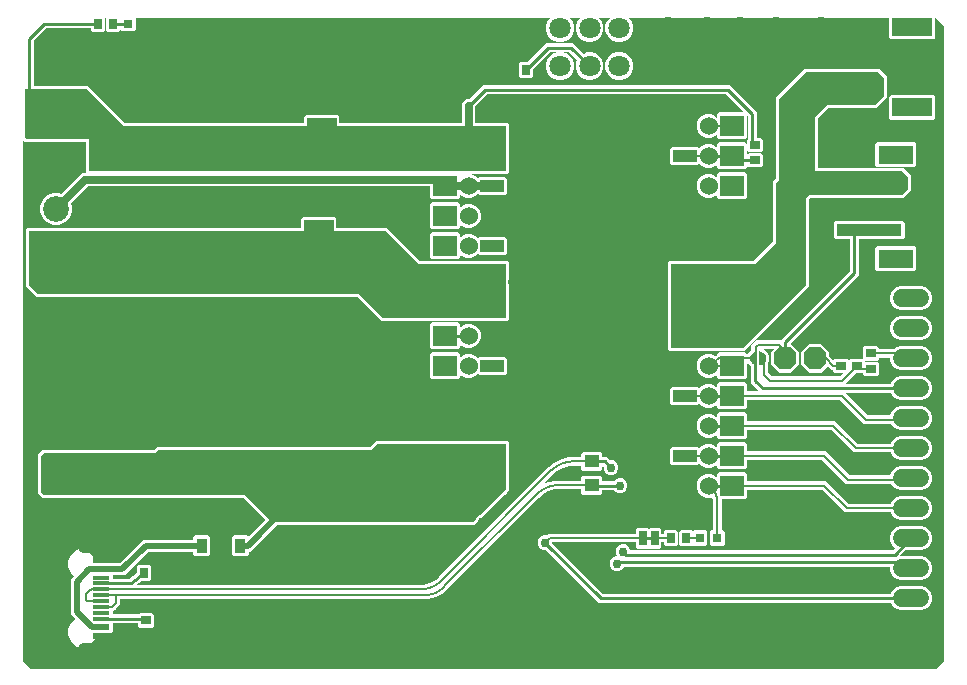
<source format=gbr>
G04 EAGLE Gerber RS-274X export*
G75*
%MOMM*%
%FSLAX34Y34*%
%LPD*%
%INTop Copper*%
%IPPOS*%
%AMOC8*
5,1,8,0,0,1.08239X$1,22.5*%
G01*
%ADD10C,2.184400*%
%ADD11R,2.500000X4.000000*%
%ADD12R,1.000000X1.100000*%
%ADD13R,1.400000X2.200000*%
%ADD14P,2.089446X8X22.500000*%
%ADD15P,2.089446X8X202.500000*%
%ADD16C,1.800000*%
%ADD17R,0.700000X0.850000*%
%ADD18R,0.635000X1.270000*%
%ADD19C,0.254000*%
%ADD20R,0.800000X0.800000*%
%ADD21C,1.524000*%
%ADD22R,2.000000X1.800000*%
%ADD23R,2.000000X1.000000*%
%ADD24C,1.524000*%
%ADD25R,2.330000X1.370000*%
%ADD26R,1.300000X1.100000*%
%ADD27R,1.100000X1.000000*%
%ADD28R,0.850000X0.700000*%
%ADD29R,1.450000X0.300000*%
%ADD30R,1.450000X0.600000*%
%ADD31R,1.450000X0.550000*%
%ADD32C,1.000000*%
%ADD33R,5.500000X1.000000*%
%ADD34R,3.000000X1.600000*%
%ADD35R,4.600000X1.000000*%
%ADD36R,3.400000X1.600000*%
%ADD37R,0.200000X0.500000*%
%ADD38P,2.089446X8X292.500000*%
%ADD39R,0.910000X1.220000*%
%ADD40C,0.200000*%
%ADD41C,0.756400*%
%ADD42C,0.508000*%
%ADD43C,0.635000*%
%ADD44C,0.152400*%

G36*
X783193Y10157D02*
X783193Y10157D01*
X783195Y10157D01*
X789943Y16905D01*
X789943Y16907D01*
X789944Y16907D01*
X789945Y16909D01*
X789945Y554591D01*
X789943Y554593D01*
X789943Y554595D01*
X783195Y561343D01*
X783193Y561343D01*
X783193Y561344D01*
X783191Y561345D01*
X782570Y561345D01*
X782565Y561340D01*
X782566Y561340D01*
X782565Y561340D01*
X782565Y544380D01*
X781080Y542895D01*
X744980Y542895D01*
X743495Y544380D01*
X743495Y561340D01*
X743490Y561345D01*
X743490Y561344D01*
X743490Y561345D01*
X522250Y561345D01*
X522249Y561344D01*
X522247Y561344D01*
X522247Y561342D01*
X522245Y561340D01*
X522247Y561339D01*
X522247Y561336D01*
X524599Y558984D01*
X526355Y554744D01*
X526355Y550156D01*
X524599Y545916D01*
X521354Y542671D01*
X517115Y540915D01*
X512525Y540915D01*
X508286Y542671D01*
X505041Y545916D01*
X503285Y550155D01*
X503285Y554745D01*
X505041Y558984D01*
X507393Y561336D01*
X507393Y561338D01*
X507395Y561339D01*
X507393Y561341D01*
X507394Y561343D01*
X507391Y561343D01*
X507390Y561345D01*
X497250Y561345D01*
X497249Y561344D01*
X497247Y561344D01*
X497247Y561342D01*
X497245Y561340D01*
X497247Y561339D01*
X497247Y561336D01*
X499599Y558984D01*
X501355Y554744D01*
X501355Y550156D01*
X499599Y545916D01*
X496354Y542671D01*
X492115Y540915D01*
X487525Y540915D01*
X483286Y542671D01*
X480041Y545916D01*
X478285Y550155D01*
X478285Y554745D01*
X480041Y558984D01*
X482393Y561336D01*
X482393Y561338D01*
X482395Y561339D01*
X482393Y561341D01*
X482394Y561343D01*
X482391Y561343D01*
X482390Y561345D01*
X472250Y561345D01*
X472249Y561344D01*
X472247Y561344D01*
X472247Y561342D01*
X472245Y561340D01*
X472247Y561339D01*
X472247Y561336D01*
X474599Y558984D01*
X476355Y554744D01*
X476355Y550156D01*
X474599Y545916D01*
X471354Y542671D01*
X467115Y540915D01*
X462525Y540915D01*
X458286Y542671D01*
X455041Y545916D01*
X453285Y550155D01*
X453285Y554745D01*
X455041Y558984D01*
X457393Y561336D01*
X457393Y561338D01*
X457395Y561339D01*
X457393Y561341D01*
X457394Y561343D01*
X457391Y561343D01*
X457390Y561345D01*
X105692Y561345D01*
X105691Y561344D01*
X105689Y561344D01*
X105689Y561342D01*
X105688Y561340D01*
X105689Y561339D01*
X105689Y561336D01*
X105715Y561310D01*
X105715Y551210D01*
X104230Y549725D01*
X94130Y549725D01*
X92645Y551210D01*
X92645Y552450D01*
X92640Y552455D01*
X92640Y552454D01*
X92640Y552455D01*
X92550Y552455D01*
X92545Y552450D01*
X92545Y550960D01*
X91060Y549475D01*
X81960Y549475D01*
X80475Y550960D01*
X80475Y561340D01*
X80470Y561345D01*
X80470Y561344D01*
X80470Y561345D01*
X79550Y561345D01*
X79545Y561340D01*
X79546Y561340D01*
X79545Y561340D01*
X79545Y550960D01*
X78060Y549475D01*
X68960Y549475D01*
X67475Y550960D01*
X67475Y552450D01*
X67470Y552455D01*
X67470Y552454D01*
X67470Y552455D01*
X29518Y552455D01*
X29516Y552453D01*
X29515Y552453D01*
X19047Y541985D01*
X19046Y541983D01*
X19045Y541982D01*
X19045Y503682D01*
X19050Y503677D01*
X19050Y503678D01*
X19050Y503677D01*
X64866Y503677D01*
X95979Y472564D01*
X95982Y472563D01*
X95983Y472562D01*
X247850Y472562D01*
X247855Y472567D01*
X247854Y472567D01*
X247855Y472567D01*
X247855Y477620D01*
X249340Y479105D01*
X276440Y479105D01*
X277925Y477620D01*
X277925Y472567D01*
X277930Y472562D01*
X277930Y472563D01*
X277930Y472562D01*
X381635Y472562D01*
X381640Y472567D01*
X381639Y472567D01*
X381640Y472567D01*
X381640Y488775D01*
X384985Y492120D01*
X387677Y492120D01*
X387679Y492122D01*
X387680Y492122D01*
X397513Y501955D01*
X399744Y504185D01*
X608636Y504185D01*
X631185Y481636D01*
X631185Y459580D01*
X631190Y459575D01*
X631190Y459576D01*
X631190Y459575D01*
X635220Y459575D01*
X636705Y458090D01*
X636705Y448990D01*
X635220Y447505D01*
X624620Y447505D01*
X623135Y448990D01*
X623135Y458090D01*
X623573Y458529D01*
X623574Y458531D01*
X623575Y458532D01*
X623575Y478482D01*
X623573Y478484D01*
X623573Y478485D01*
X623094Y478965D01*
X623092Y478965D01*
X623091Y478966D01*
X623089Y478965D01*
X623087Y478965D01*
X623087Y478963D01*
X623085Y478961D01*
X623085Y459850D01*
X621600Y458365D01*
X599500Y458365D01*
X598015Y459850D01*
X598015Y462991D01*
X598014Y462992D01*
X598014Y462994D01*
X598012Y462994D01*
X598010Y462996D01*
X598009Y462995D01*
X598006Y462995D01*
X596302Y461291D01*
X592570Y459745D01*
X588530Y459745D01*
X584798Y461291D01*
X581941Y464148D01*
X580395Y467880D01*
X580395Y471920D01*
X581941Y475652D01*
X584798Y478509D01*
X588530Y480055D01*
X592570Y480055D01*
X596302Y478509D01*
X598006Y476805D01*
X598008Y476805D01*
X598009Y476804D01*
X598011Y476805D01*
X598013Y476805D01*
X598013Y476807D01*
X598015Y476809D01*
X598015Y479950D01*
X599500Y481435D01*
X620611Y481435D01*
X620613Y481436D01*
X620615Y481436D01*
X620615Y481438D01*
X620616Y481440D01*
X620615Y481441D01*
X620615Y481444D01*
X605485Y496573D01*
X605483Y496574D01*
X605482Y496575D01*
X402898Y496575D01*
X402896Y496573D01*
X402895Y496573D01*
X393062Y486740D01*
X393062Y486739D01*
X393061Y486738D01*
X393062Y486738D01*
X393061Y486738D01*
X393060Y486737D01*
X393060Y472567D01*
X393065Y472562D01*
X393065Y472563D01*
X393065Y472562D01*
X420203Y472562D01*
X421762Y471003D01*
X421762Y430697D01*
X420203Y429138D01*
X389678Y429138D01*
X389676Y429136D01*
X389674Y429135D01*
X389674Y429134D01*
X389673Y429133D01*
X389675Y429131D01*
X389676Y429128D01*
X393102Y427709D01*
X395235Y425577D01*
X395241Y425577D01*
X395242Y425577D01*
X396300Y426635D01*
X418400Y426635D01*
X419885Y425150D01*
X419885Y413050D01*
X418400Y411565D01*
X396300Y411565D01*
X395242Y412623D01*
X395239Y412623D01*
X395239Y412624D01*
X395238Y412624D01*
X395237Y412623D01*
X395235Y412623D01*
X393102Y410491D01*
X389370Y408945D01*
X385330Y408945D01*
X381598Y410491D01*
X379894Y412195D01*
X379892Y412195D01*
X379891Y412196D01*
X379889Y412195D01*
X379887Y412195D01*
X379887Y412193D01*
X379885Y412191D01*
X379885Y409050D01*
X378400Y407565D01*
X356300Y407565D01*
X354815Y409050D01*
X354815Y418465D01*
X354810Y418470D01*
X354810Y418469D01*
X354810Y418470D01*
X65087Y418470D01*
X65086Y418468D01*
X65084Y418468D01*
X50767Y404152D01*
X50767Y404149D01*
X50766Y404148D01*
X50767Y404147D01*
X50766Y404146D01*
X51557Y402237D01*
X51557Y396883D01*
X49508Y391937D01*
X45723Y388152D01*
X40777Y386103D01*
X35423Y386103D01*
X30477Y388152D01*
X26692Y391937D01*
X24643Y396883D01*
X24643Y402237D01*
X26692Y407183D01*
X30477Y410968D01*
X35423Y413017D01*
X40777Y413017D01*
X42686Y412226D01*
X42687Y412226D01*
X42689Y412226D01*
X42690Y412227D01*
X42692Y412227D01*
X60355Y429890D01*
X64173Y429890D01*
X64174Y429891D01*
X64176Y429891D01*
X64176Y429893D01*
X64178Y429895D01*
X64176Y429896D01*
X64176Y429899D01*
X63378Y430697D01*
X63378Y456438D01*
X63373Y456443D01*
X63373Y456442D01*
X63373Y456443D01*
X11334Y456443D01*
X10164Y457613D01*
X10162Y457613D01*
X10161Y457615D01*
X10159Y457614D01*
X10157Y457614D01*
X10157Y457611D01*
X10155Y457610D01*
X10155Y16909D01*
X10157Y16907D01*
X10157Y16905D01*
X16905Y10157D01*
X16907Y10156D01*
X16909Y10155D01*
X783191Y10155D01*
X783193Y10157D01*
G37*
%LPC*%
G36*
X313857Y304678D02*
X313857Y304678D01*
X293539Y324996D01*
X293536Y324997D01*
X293535Y324998D01*
X21757Y324998D01*
X12578Y334177D01*
X12578Y382103D01*
X14137Y383662D01*
X245310Y383662D01*
X245315Y383667D01*
X245314Y383667D01*
X245315Y383667D01*
X245315Y391250D01*
X246800Y392735D01*
X273900Y392735D01*
X275385Y391250D01*
X275385Y383667D01*
X275390Y383662D01*
X275390Y383663D01*
X275390Y383662D01*
X318603Y383662D01*
X346541Y355724D01*
X346544Y355723D01*
X346545Y355722D01*
X420203Y355722D01*
X421762Y354163D01*
X421762Y306237D01*
X420203Y304678D01*
X313857Y304678D01*
G37*
%LPD*%
%LPC*%
G36*
X188575Y105665D02*
X188575Y105665D01*
X187090Y107150D01*
X187090Y121450D01*
X188575Y122935D01*
X199775Y122935D01*
X200943Y121767D01*
X200950Y121767D01*
X215505Y136323D01*
X215505Y136325D01*
X215506Y136326D01*
X215506Y136327D01*
X215506Y136329D01*
X215505Y136329D01*
X215505Y136330D01*
X197019Y154816D01*
X197016Y154817D01*
X197015Y154818D01*
X26837Y154818D01*
X22738Y158917D01*
X22738Y191603D01*
X24299Y193164D01*
X25276Y194141D01*
X26837Y195702D01*
X120815Y195702D01*
X120817Y195704D01*
X120819Y195704D01*
X123357Y198242D01*
X303695Y198242D01*
X303697Y198244D01*
X303699Y198244D01*
X308777Y203322D01*
X420203Y203322D01*
X421762Y201763D01*
X421762Y161457D01*
X419887Y159582D01*
X419886Y159579D01*
X419885Y159578D01*
X419885Y159050D01*
X418400Y157565D01*
X417872Y157565D01*
X417870Y157563D01*
X417868Y157563D01*
X392263Y131958D01*
X225497Y131958D01*
X225495Y131956D01*
X225494Y131956D01*
X202762Y109225D01*
X201265Y109225D01*
X201260Y109220D01*
X201261Y109220D01*
X201260Y109220D01*
X201260Y107150D01*
X199775Y105665D01*
X188575Y105665D01*
G37*
%LPD*%
G36*
X419102Y307215D02*
X419102Y307215D01*
X419104Y307214D01*
X419147Y307234D01*
X419191Y307252D01*
X419191Y307254D01*
X419193Y307255D01*
X419226Y307340D01*
X419226Y335217D01*
X419225Y335220D01*
X419226Y335223D01*
X419189Y335306D01*
X418873Y335622D01*
X418873Y340018D01*
X419189Y340334D01*
X419191Y340337D01*
X419193Y340338D01*
X419226Y340423D01*
X419226Y353060D01*
X419225Y353062D01*
X419226Y353064D01*
X419206Y353107D01*
X419188Y353151D01*
X419186Y353151D01*
X419185Y353153D01*
X419100Y353186D01*
X345492Y353186D01*
X317589Y381089D01*
X317586Y381091D01*
X317585Y381093D01*
X317500Y381126D01*
X15240Y381126D01*
X15238Y381125D01*
X15236Y381126D01*
X15193Y381106D01*
X15149Y381088D01*
X15149Y381086D01*
X15147Y381085D01*
X15114Y381000D01*
X15114Y335280D01*
X15115Y335277D01*
X15114Y335274D01*
X15151Y335191D01*
X22771Y327571D01*
X22774Y327570D01*
X22775Y327567D01*
X22860Y327534D01*
X294588Y327534D01*
X314871Y307251D01*
X314874Y307250D01*
X314875Y307247D01*
X314960Y307214D01*
X419100Y307214D01*
X419102Y307215D01*
G37*
G36*
X391163Y134495D02*
X391163Y134495D01*
X391166Y134494D01*
X391249Y134531D01*
X393436Y136718D01*
X393438Y136721D01*
X393440Y136722D01*
X393473Y136807D01*
X393473Y136818D01*
X396582Y139927D01*
X396593Y139927D01*
X396596Y139928D01*
X396599Y139927D01*
X396682Y139964D01*
X419189Y162471D01*
X419191Y162474D01*
X419193Y162475D01*
X419226Y162560D01*
X419226Y200660D01*
X419225Y200662D01*
X419226Y200664D01*
X419206Y200707D01*
X419188Y200751D01*
X419186Y200751D01*
X419185Y200753D01*
X419100Y200786D01*
X309880Y200786D01*
X309877Y200785D01*
X309874Y200786D01*
X309791Y200749D01*
X304748Y195706D01*
X124460Y195706D01*
X124457Y195705D01*
X124454Y195706D01*
X124371Y195669D01*
X121868Y193166D01*
X27940Y193166D01*
X27937Y193165D01*
X27934Y193166D01*
X27851Y193129D01*
X25311Y190589D01*
X25310Y190586D01*
X25307Y190585D01*
X25274Y190500D01*
X25274Y160020D01*
X25275Y160017D01*
X25274Y160014D01*
X25311Y159931D01*
X27851Y157391D01*
X27854Y157390D01*
X27855Y157387D01*
X27940Y157354D01*
X198068Y157354D01*
X220891Y134531D01*
X220894Y134530D01*
X220895Y134527D01*
X220980Y134494D01*
X391160Y134494D01*
X391163Y134495D01*
G37*
%LPC*%
G36*
X557697Y279278D02*
X557697Y279278D01*
X556138Y280837D01*
X556138Y354163D01*
X557697Y355722D01*
X628815Y355722D01*
X628817Y355724D01*
X628819Y355724D01*
X645036Y371941D01*
X645036Y371943D01*
X645038Y371944D01*
X645037Y371944D01*
X645038Y371945D01*
X645038Y380699D01*
X645249Y380911D01*
X645251Y380914D01*
X645253Y380915D01*
X645286Y381000D01*
X645286Y422991D01*
X647576Y425281D01*
X647576Y425283D01*
X647577Y425284D01*
X647578Y425285D01*
X647578Y493863D01*
X671997Y518282D01*
X735163Y518282D01*
X736724Y516721D01*
X740241Y513204D01*
X741802Y511643D01*
X741802Y494197D01*
X732623Y485018D01*
X691985Y485018D01*
X691983Y485016D01*
X691981Y485016D01*
X683384Y476419D01*
X683383Y476416D01*
X683382Y476415D01*
X683382Y434467D01*
X683387Y434462D01*
X683387Y434463D01*
X683387Y434462D01*
X755483Y434462D01*
X762122Y427823D01*
X762122Y415457D01*
X755483Y408818D01*
X676745Y408818D01*
X676743Y408816D01*
X676741Y408816D01*
X675764Y407839D01*
X675763Y407836D01*
X675762Y407835D01*
X675762Y334177D01*
X620863Y279278D01*
X557697Y279278D01*
G37*
%LPD*%
G36*
X419102Y431675D02*
X419102Y431675D01*
X419104Y431674D01*
X419147Y431694D01*
X419191Y431712D01*
X419191Y431714D01*
X419193Y431715D01*
X419226Y431800D01*
X419226Y469900D01*
X419225Y469902D01*
X419226Y469904D01*
X419206Y469947D01*
X419188Y469991D01*
X419186Y469991D01*
X419185Y469993D01*
X419100Y470026D01*
X94930Y470026D01*
X64038Y500918D01*
X63964Y500971D01*
X63895Y501031D01*
X63865Y501043D01*
X63839Y501062D01*
X63752Y501089D01*
X63667Y501123D01*
X63626Y501127D01*
X63603Y501134D01*
X63571Y501133D01*
X63500Y501141D01*
X12700Y501141D01*
X12680Y501138D01*
X12661Y501140D01*
X12559Y501118D01*
X12457Y501102D01*
X12440Y501092D01*
X12420Y501088D01*
X12331Y501035D01*
X12240Y500986D01*
X12226Y500972D01*
X12209Y500962D01*
X12142Y500883D01*
X12071Y500808D01*
X12062Y500790D01*
X12049Y500775D01*
X12010Y500679D01*
X11967Y500585D01*
X11965Y500565D01*
X11957Y500547D01*
X11939Y500380D01*
X11939Y459740D01*
X11942Y459720D01*
X11940Y459701D01*
X11962Y459599D01*
X11979Y459497D01*
X11988Y459480D01*
X11992Y459460D01*
X12045Y459371D01*
X12094Y459280D01*
X12108Y459266D01*
X12118Y459249D01*
X12197Y459182D01*
X12272Y459111D01*
X12290Y459102D01*
X12305Y459089D01*
X12401Y459050D01*
X12495Y459007D01*
X12515Y459005D01*
X12533Y458997D01*
X12700Y458979D01*
X65914Y458979D01*
X65914Y431800D01*
X65915Y431798D01*
X65914Y431796D01*
X65934Y431753D01*
X65952Y431709D01*
X65954Y431709D01*
X65955Y431707D01*
X66040Y431674D01*
X419100Y431674D01*
X419102Y431675D01*
G37*
G36*
X619763Y281815D02*
X619763Y281815D01*
X619766Y281814D01*
X619849Y281851D01*
X673189Y335191D01*
X673191Y335194D01*
X673193Y335195D01*
X673226Y335280D01*
X673226Y408888D01*
X675692Y411354D01*
X754380Y411354D01*
X754383Y411355D01*
X754386Y411354D01*
X754469Y411391D01*
X759549Y416471D01*
X759551Y416474D01*
X759553Y416475D01*
X759586Y416560D01*
X759586Y426720D01*
X759585Y426723D01*
X759586Y426726D01*
X759549Y426809D01*
X754469Y431889D01*
X754467Y431890D01*
X754466Y431892D01*
X754465Y431893D01*
X754380Y431926D01*
X680846Y431926D01*
X680846Y477468D01*
X690932Y487554D01*
X731520Y487554D01*
X731523Y487555D01*
X731526Y487554D01*
X731609Y487591D01*
X739229Y495211D01*
X739231Y495214D01*
X739233Y495215D01*
X739266Y495300D01*
X739266Y510540D01*
X739265Y510543D01*
X739266Y510546D01*
X739229Y510629D01*
X734149Y515709D01*
X734146Y515711D01*
X734145Y515713D01*
X734060Y515746D01*
X673100Y515746D01*
X673097Y515745D01*
X673094Y515746D01*
X673011Y515709D01*
X650151Y492849D01*
X650150Y492846D01*
X650147Y492845D01*
X650114Y492760D01*
X650114Y424232D01*
X647611Y421729D01*
X647610Y421726D01*
X647607Y421725D01*
X647574Y421640D01*
X647574Y370892D01*
X629868Y353186D01*
X558800Y353186D01*
X558798Y353185D01*
X558796Y353186D01*
X558753Y353166D01*
X558709Y353148D01*
X558709Y353146D01*
X558707Y353145D01*
X558674Y353060D01*
X558674Y281940D01*
X558675Y281938D01*
X558674Y281936D01*
X558694Y281893D01*
X558712Y281849D01*
X558714Y281849D01*
X558715Y281847D01*
X558800Y281814D01*
X619760Y281814D01*
X619763Y281815D01*
G37*
%LPC*%
G36*
X59083Y27545D02*
X59083Y27545D01*
X54157Y29586D01*
X50386Y33357D01*
X48345Y38283D01*
X48345Y43617D01*
X50386Y48543D01*
X54157Y52314D01*
X54610Y52502D01*
X54611Y52503D01*
X54612Y52503D01*
X54612Y52505D01*
X54613Y52508D01*
X54612Y52509D01*
X54612Y52511D01*
X50805Y56318D01*
X50805Y85922D01*
X53209Y88326D01*
X53209Y88328D01*
X53209Y88333D01*
X50386Y91157D01*
X48345Y96083D01*
X48345Y101417D01*
X50386Y106343D01*
X54157Y110114D01*
X59084Y112155D01*
X64416Y112155D01*
X69343Y110114D01*
X73114Y106343D01*
X75155Y101416D01*
X75155Y99640D01*
X75160Y99635D01*
X75160Y99636D01*
X75160Y99635D01*
X84500Y99635D01*
X84709Y99427D01*
X84711Y99426D01*
X84712Y99425D01*
X92246Y99425D01*
X92247Y99427D01*
X92249Y99427D01*
X112198Y119375D01*
X154335Y119375D01*
X154340Y119380D01*
X154339Y119380D01*
X154340Y119380D01*
X154340Y121450D01*
X155825Y122935D01*
X167025Y122935D01*
X168510Y121450D01*
X168510Y107150D01*
X167025Y105665D01*
X155825Y105665D01*
X154340Y107150D01*
X154340Y109220D01*
X154335Y109225D01*
X154335Y109224D01*
X154335Y109225D01*
X116404Y109225D01*
X116403Y109223D01*
X116401Y109223D01*
X96452Y89275D01*
X85990Y89275D01*
X85985Y89270D01*
X85986Y89270D01*
X85985Y89270D01*
X85985Y86160D01*
X85990Y86155D01*
X85990Y86156D01*
X85990Y86155D01*
X100210Y86155D01*
X100212Y86157D01*
X100214Y86156D01*
X106843Y91475D01*
X106843Y91477D01*
X106845Y91478D01*
X106844Y91478D01*
X106845Y91479D01*
X106845Y96740D01*
X108330Y98225D01*
X117430Y98225D01*
X118915Y96740D01*
X118915Y86140D01*
X117430Y84655D01*
X110505Y84655D01*
X110504Y84653D01*
X110502Y84654D01*
X105816Y80894D01*
X105816Y80892D01*
X105814Y80891D01*
X105815Y80890D01*
X105815Y80888D01*
X105817Y80887D01*
X105819Y80885D01*
X346229Y80885D01*
X349083Y81072D01*
X349083Y81073D01*
X349084Y81072D01*
X354596Y82549D01*
X354596Y82550D01*
X354597Y82550D01*
X359539Y85403D01*
X359539Y85404D01*
X359540Y85404D01*
X361689Y87289D01*
X361690Y87289D01*
X362597Y88196D01*
X454070Y179670D01*
X455074Y180674D01*
X457768Y183367D01*
X464366Y187177D01*
X471725Y189149D01*
X482587Y189149D01*
X482592Y189153D01*
X482592Y189154D01*
X482592Y192164D01*
X484077Y193649D01*
X499177Y193649D01*
X500662Y192164D01*
X500662Y189424D01*
X500667Y189419D01*
X504303Y189419D01*
X507063Y186659D01*
X507065Y186658D01*
X507066Y186657D01*
X509257Y186657D01*
X511578Y185695D01*
X513355Y183918D01*
X514317Y181597D01*
X514317Y179083D01*
X513355Y176762D01*
X511578Y174985D01*
X509257Y174023D01*
X506743Y174023D01*
X504422Y174985D01*
X502645Y176762D01*
X501683Y179083D01*
X501683Y181274D01*
X501681Y181276D01*
X501681Y181277D01*
X501152Y181807D01*
X501149Y181807D01*
X501148Y181808D01*
X500667Y181808D01*
X500662Y181804D01*
X500663Y181804D01*
X500662Y181803D01*
X500662Y179063D01*
X499177Y177578D01*
X484077Y177578D01*
X482592Y179063D01*
X482592Y182073D01*
X482588Y182078D01*
X482587Y182078D01*
X475534Y182078D01*
X475468Y182074D01*
X475392Y182069D01*
X475316Y182064D01*
X475240Y182059D01*
X475165Y182054D01*
X475164Y182054D01*
X475089Y182049D01*
X475013Y182044D01*
X474937Y182039D01*
X474861Y182034D01*
X474786Y182029D01*
X474785Y182029D01*
X474710Y182024D01*
X474634Y182019D01*
X474558Y182014D01*
X474482Y182009D01*
X474407Y182004D01*
X474406Y182004D01*
X474331Y181999D01*
X474255Y181994D01*
X474179Y181989D01*
X474103Y181985D01*
X474027Y181980D01*
X473952Y181975D01*
X473951Y181975D01*
X473876Y181970D01*
X473800Y181965D01*
X473724Y181960D01*
X473648Y181955D01*
X473573Y181950D01*
X473572Y181950D01*
X473497Y181945D01*
X473421Y181940D01*
X473345Y181935D01*
X473269Y181930D01*
X473194Y181925D01*
X473193Y181925D01*
X473118Y181920D01*
X473042Y181915D01*
X472966Y181910D01*
X472890Y181905D01*
X472814Y181900D01*
X472739Y181895D01*
X472738Y181895D01*
X472681Y181891D01*
X472680Y181891D01*
X467168Y180414D01*
X467167Y180413D01*
X467167Y180414D01*
X462225Y177560D01*
X462224Y177560D01*
X460074Y175674D01*
X459070Y174670D01*
X451043Y166644D01*
X451043Y166642D01*
X451043Y166641D01*
X451042Y166638D01*
X451043Y166638D01*
X451043Y166637D01*
X451046Y166637D01*
X451047Y166637D01*
X451048Y166636D01*
X451049Y166636D01*
X451986Y167177D01*
X459345Y169149D01*
X482587Y169149D01*
X482592Y169153D01*
X482592Y169154D01*
X482592Y172164D01*
X484077Y173649D01*
X499177Y173649D01*
X500662Y172164D01*
X500662Y168910D01*
X500667Y168905D01*
X500667Y168906D01*
X500667Y168905D01*
X510489Y168905D01*
X510491Y168907D01*
X510493Y168907D01*
X512042Y170455D01*
X514363Y171417D01*
X516877Y171417D01*
X519198Y170455D01*
X520975Y168678D01*
X521937Y166357D01*
X521937Y163843D01*
X520975Y161522D01*
X519198Y159745D01*
X516877Y158783D01*
X514363Y158783D01*
X512042Y159745D01*
X510493Y161293D01*
X510490Y161294D01*
X510489Y161295D01*
X500667Y161295D01*
X500662Y161290D01*
X500663Y161290D01*
X500662Y161290D01*
X500662Y159063D01*
X499177Y157578D01*
X484077Y157578D01*
X482592Y159063D01*
X482592Y162073D01*
X482588Y162078D01*
X482587Y162078D01*
X463155Y162078D01*
X463154Y162078D01*
X463100Y162075D01*
X463024Y162070D01*
X462948Y162065D01*
X462872Y162060D01*
X462797Y162055D01*
X462796Y162055D01*
X462721Y162050D01*
X462645Y162045D01*
X462569Y162040D01*
X462493Y162035D01*
X462418Y162030D01*
X462417Y162030D01*
X462342Y162025D01*
X462266Y162020D01*
X462190Y162015D01*
X462114Y162010D01*
X462038Y162005D01*
X461963Y162000D01*
X461962Y162000D01*
X461887Y161995D01*
X461811Y161990D01*
X461735Y161985D01*
X461659Y161980D01*
X461584Y161975D01*
X461583Y161975D01*
X461508Y161970D01*
X461432Y161965D01*
X461356Y161960D01*
X461280Y161955D01*
X461205Y161951D01*
X461204Y161951D01*
X461129Y161946D01*
X461053Y161941D01*
X460977Y161936D01*
X460901Y161931D01*
X460825Y161926D01*
X460750Y161921D01*
X460749Y161921D01*
X460674Y161916D01*
X460598Y161911D01*
X460522Y161906D01*
X460446Y161901D01*
X460371Y161896D01*
X460370Y161896D01*
X460301Y161891D01*
X460300Y161891D01*
X454788Y160414D01*
X454787Y160413D01*
X454787Y160414D01*
X449845Y157560D01*
X449844Y157560D01*
X447694Y155674D01*
X446687Y154668D01*
X370346Y78327D01*
X369309Y77290D01*
X366616Y74596D01*
X360018Y70787D01*
X352658Y68815D01*
X92440Y68815D01*
X92435Y68810D01*
X92436Y68810D01*
X92435Y68810D01*
X92435Y64576D01*
X90363Y62503D01*
X89881Y62022D01*
X88860Y61000D01*
X87887Y60027D01*
X87823Y59963D01*
X87810Y59951D01*
X85988Y59196D01*
X85987Y59193D01*
X85986Y59192D01*
X85985Y59191D01*
X85985Y56160D01*
X85990Y56155D01*
X85990Y56156D01*
X85990Y56155D01*
X108168Y56155D01*
X108170Y56157D01*
X108171Y56157D01*
X109000Y56985D01*
X119600Y56985D01*
X121085Y55500D01*
X121085Y46400D01*
X119600Y44915D01*
X109000Y44915D01*
X107515Y46400D01*
X107515Y48540D01*
X107510Y48545D01*
X107510Y48544D01*
X107510Y48545D01*
X85990Y48545D01*
X85985Y48540D01*
X85986Y48540D01*
X85985Y48540D01*
X85985Y41550D01*
X84500Y40065D01*
X75160Y40065D01*
X75155Y40060D01*
X75156Y40060D01*
X75155Y40060D01*
X75155Y38284D01*
X73114Y33357D01*
X69343Y29586D01*
X64417Y27545D01*
X59083Y27545D01*
G37*
%LPD*%
%LPC*%
G36*
X752360Y212095D02*
X752360Y212095D01*
X748628Y213641D01*
X745771Y216498D01*
X745380Y217442D01*
X745376Y217443D01*
X745375Y217445D01*
X722436Y217445D01*
X702117Y237763D01*
X702115Y237763D01*
X702115Y237764D01*
X702114Y237765D01*
X623090Y237765D01*
X623085Y237760D01*
X623086Y237760D01*
X623085Y237760D01*
X623085Y231250D01*
X621600Y229765D01*
X599500Y229765D01*
X598015Y231250D01*
X598015Y234391D01*
X598014Y234392D01*
X598014Y234394D01*
X598012Y234394D01*
X598010Y234396D01*
X598009Y234395D01*
X598008Y234395D01*
X598006Y234395D01*
X596302Y232691D01*
X592570Y231145D01*
X588530Y231145D01*
X584798Y232691D01*
X582665Y234823D01*
X582659Y234823D01*
X582658Y234823D01*
X581600Y233765D01*
X559500Y233765D01*
X558015Y235250D01*
X558015Y247350D01*
X559500Y248835D01*
X581600Y248835D01*
X582658Y247777D01*
X582661Y247777D01*
X582662Y247776D01*
X582663Y247777D01*
X582665Y247777D01*
X584798Y249909D01*
X588530Y251455D01*
X592570Y251455D01*
X596302Y249909D01*
X598006Y248205D01*
X598008Y248205D01*
X598009Y248204D01*
X598011Y248205D01*
X598013Y248205D01*
X598013Y248207D01*
X598015Y248209D01*
X598015Y251350D01*
X599500Y252835D01*
X621600Y252835D01*
X623085Y251350D01*
X623085Y244840D01*
X623090Y244835D01*
X623090Y244836D01*
X623090Y244835D01*
X633691Y244835D01*
X633693Y244836D01*
X633695Y244836D01*
X633695Y244838D01*
X633696Y244840D01*
X633695Y244841D01*
X633695Y244844D01*
X628345Y250193D01*
X626115Y252424D01*
X626115Y266602D01*
X626113Y266604D01*
X626112Y266606D01*
X625566Y266949D01*
X625547Y267033D01*
X625544Y267035D01*
X625543Y267037D01*
X625459Y267056D01*
X625021Y267754D01*
X625020Y267754D01*
X624437Y268337D01*
X624437Y268423D01*
X624435Y268425D01*
X624435Y268427D01*
X624358Y268464D01*
X624085Y269242D01*
X624085Y269243D01*
X623916Y269512D01*
X623913Y269513D01*
X623912Y269515D01*
X623090Y269515D01*
X623085Y269510D01*
X623086Y269510D01*
X623085Y269510D01*
X623085Y256650D01*
X621600Y255165D01*
X599500Y255165D01*
X598015Y256650D01*
X598015Y259791D01*
X598014Y259792D01*
X598014Y259794D01*
X598012Y259794D01*
X598010Y259796D01*
X598009Y259795D01*
X598008Y259795D01*
X598006Y259795D01*
X596302Y258091D01*
X592570Y256545D01*
X588530Y256545D01*
X584798Y258091D01*
X581941Y260948D01*
X580395Y264680D01*
X580395Y268720D01*
X581941Y272452D01*
X584798Y275309D01*
X588530Y276855D01*
X592570Y276855D01*
X596302Y275309D01*
X596483Y275129D01*
X596485Y275129D01*
X596486Y275129D01*
X596488Y275129D01*
X596489Y275128D01*
X597417Y275773D01*
X597418Y275774D01*
X598013Y276369D01*
X598014Y276371D01*
X598015Y276372D01*
X598015Y276750D01*
X599500Y278235D01*
X621600Y278235D01*
X623085Y276750D01*
X623085Y276590D01*
X623090Y276585D01*
X623090Y276586D01*
X623090Y276585D01*
X623912Y276585D01*
X623914Y276587D01*
X623916Y276588D01*
X624085Y276857D01*
X624085Y276858D01*
X624358Y277636D01*
X624435Y277673D01*
X624436Y277676D01*
X624437Y277677D01*
X624437Y277763D01*
X625020Y278346D01*
X625021Y278346D01*
X625459Y279044D01*
X625543Y279063D01*
X625545Y279066D01*
X625547Y279067D01*
X625566Y279151D01*
X626264Y279589D01*
X626264Y279590D01*
X626823Y280149D01*
X626823Y280150D01*
X626825Y280151D01*
X626824Y280152D01*
X626825Y280152D01*
X626825Y283844D01*
X630996Y288015D01*
X651510Y288015D01*
X651515Y288020D01*
X651514Y288020D01*
X651515Y288020D01*
X651515Y288596D01*
X709933Y347015D01*
X709934Y347017D01*
X709935Y347018D01*
X709935Y373780D01*
X709930Y373785D01*
X709930Y373784D01*
X709930Y373785D01*
X697890Y373785D01*
X696405Y375270D01*
X696405Y387370D01*
X697890Y388855D01*
X754990Y388855D01*
X756475Y387370D01*
X756475Y375270D01*
X754990Y373785D01*
X717550Y373785D01*
X717545Y373780D01*
X717546Y373780D01*
X717545Y373780D01*
X717545Y343864D01*
X659127Y285445D01*
X659126Y285443D01*
X659125Y285442D01*
X659125Y285242D01*
X659130Y285237D01*
X659130Y285238D01*
X659130Y285237D01*
X660368Y285237D01*
X667507Y278098D01*
X667507Y268002D01*
X660368Y260863D01*
X650272Y260863D01*
X643133Y268002D01*
X643133Y278098D01*
X645971Y280936D01*
X645971Y280938D01*
X645972Y280939D01*
X645971Y280941D01*
X645971Y280943D01*
X645969Y280943D01*
X645968Y280945D01*
X636434Y280945D01*
X636432Y280943D01*
X636430Y280943D01*
X636430Y280942D01*
X636429Y280940D01*
X636431Y280938D01*
X636431Y280935D01*
X636902Y280675D01*
X636903Y280676D01*
X636903Y280675D01*
X637666Y280441D01*
X637667Y280441D01*
X637668Y280441D01*
X637685Y280442D01*
X637697Y280432D01*
X637698Y280432D01*
X637699Y280431D01*
X637714Y280426D01*
X637722Y280411D01*
X637723Y280411D01*
X637723Y280410D01*
X638328Y279888D01*
X638328Y279887D01*
X639027Y279501D01*
X639028Y279501D01*
X639029Y279501D01*
X639046Y279498D01*
X639055Y279486D01*
X639057Y279486D01*
X639057Y279485D01*
X639071Y279477D01*
X639075Y279460D01*
X639076Y279460D01*
X639076Y279459D01*
X639560Y278824D01*
X639561Y278824D01*
X639561Y278823D01*
X640165Y278302D01*
X640167Y278302D01*
X640167Y278301D01*
X640183Y278295D01*
X640190Y278281D01*
X640191Y278280D01*
X640191Y278279D01*
X640203Y278269D01*
X640204Y278252D01*
X640205Y278251D01*
X640205Y278250D01*
X640548Y277529D01*
X640549Y277529D01*
X640548Y277528D01*
X641033Y276893D01*
X641034Y276893D01*
X641034Y276892D01*
X641049Y276883D01*
X641052Y276868D01*
X641054Y276867D01*
X641053Y276866D01*
X641063Y276854D01*
X641061Y276844D01*
X641061Y276843D01*
X641060Y276837D01*
X641061Y276836D01*
X641061Y276835D01*
X641248Y276059D01*
X641249Y276058D01*
X641248Y276058D01*
X641592Y275337D01*
X641593Y275336D01*
X641593Y275335D01*
X641605Y275323D01*
X641606Y275308D01*
X641607Y275307D01*
X641606Y275306D01*
X641613Y275292D01*
X641607Y275276D01*
X641608Y275275D01*
X641607Y275274D01*
X641631Y274476D01*
X641631Y274475D01*
X641830Y273650D01*
X641686Y273414D01*
X641686Y273412D01*
X641685Y273412D01*
X641673Y273048D01*
X641674Y273048D01*
X641673Y273048D01*
X641688Y272561D01*
X641689Y272560D01*
X641689Y272559D01*
X641834Y272311D01*
X641625Y271514D01*
X641626Y271513D01*
X641625Y271513D01*
X641599Y270689D01*
X641536Y270630D01*
X641536Y270628D01*
X641536Y270627D01*
X641536Y270626D01*
X641535Y270625D01*
X641561Y270542D01*
X641180Y269811D01*
X641180Y269810D01*
X641075Y269412D01*
X641076Y269411D01*
X641075Y269411D01*
X641075Y260546D01*
X641077Y260545D01*
X641077Y260543D01*
X644083Y257537D01*
X644085Y257536D01*
X644086Y257535D01*
X702114Y257535D01*
X702115Y257537D01*
X702117Y257537D01*
X705087Y260506D01*
X705087Y260508D01*
X705088Y260509D01*
X705087Y260511D01*
X705087Y260513D01*
X705085Y260513D01*
X705083Y260515D01*
X697010Y260515D01*
X695525Y262000D01*
X695525Y263010D01*
X695520Y263015D01*
X695520Y263014D01*
X695520Y263015D01*
X694646Y263015D01*
X691286Y266374D01*
X691280Y266375D01*
X691280Y266374D01*
X691279Y266374D01*
X685768Y260863D01*
X675672Y260863D01*
X668533Y268002D01*
X668533Y278098D01*
X675672Y285237D01*
X685768Y285237D01*
X692907Y278098D01*
X692907Y274754D01*
X692909Y274753D01*
X692909Y274751D01*
X696039Y271621D01*
X696041Y271621D01*
X696045Y271620D01*
X696045Y271621D01*
X696046Y271621D01*
X697010Y272585D01*
X707610Y272585D01*
X709095Y271100D01*
X709095Y264527D01*
X709096Y264525D01*
X709096Y264524D01*
X709098Y264524D01*
X709100Y264522D01*
X709101Y264523D01*
X709104Y264523D01*
X709493Y264913D01*
X709494Y264915D01*
X709495Y264916D01*
X709495Y271100D01*
X710980Y272585D01*
X720920Y272585D01*
X720925Y272590D01*
X720924Y272590D01*
X720925Y272590D01*
X720925Y281560D01*
X722410Y283045D01*
X733010Y283045D01*
X734495Y281560D01*
X734495Y280550D01*
X734500Y280545D01*
X734500Y280546D01*
X734500Y280545D01*
X747512Y280545D01*
X747513Y280547D01*
X747515Y280547D01*
X748628Y281659D01*
X752360Y283205D01*
X771640Y283205D01*
X775372Y281659D01*
X778229Y278802D01*
X779775Y275070D01*
X779775Y271030D01*
X778229Y267298D01*
X775372Y264441D01*
X771640Y262895D01*
X752360Y262895D01*
X748628Y264441D01*
X745771Y267298D01*
X744225Y271030D01*
X744225Y273470D01*
X744220Y273475D01*
X744220Y273474D01*
X744220Y273475D01*
X734500Y273475D01*
X734495Y273470D01*
X734496Y273470D01*
X734495Y273470D01*
X734495Y272460D01*
X733010Y270975D01*
X723070Y270975D01*
X723065Y270970D01*
X723066Y270970D01*
X723065Y270970D01*
X723065Y270050D01*
X723070Y270045D01*
X723070Y270046D01*
X723070Y270045D01*
X733010Y270045D01*
X734495Y268560D01*
X734495Y259460D01*
X733010Y257975D01*
X722410Y257975D01*
X720925Y259460D01*
X720925Y260470D01*
X720920Y260475D01*
X720920Y260474D01*
X720920Y260475D01*
X717356Y260475D01*
X717317Y260513D01*
X717315Y260514D01*
X717314Y260515D01*
X715096Y260515D01*
X715095Y260513D01*
X715093Y260513D01*
X706043Y251464D01*
X706043Y251462D01*
X706042Y251461D01*
X706043Y251459D01*
X706043Y251457D01*
X706045Y251457D01*
X706047Y251455D01*
X744961Y251455D01*
X744964Y251458D01*
X744966Y251458D01*
X745771Y253402D01*
X748628Y256259D01*
X752360Y257805D01*
X771640Y257805D01*
X775372Y256259D01*
X778229Y253402D01*
X779775Y249670D01*
X779775Y245630D01*
X778229Y241898D01*
X775372Y239041D01*
X771640Y237495D01*
X752360Y237495D01*
X748628Y239041D01*
X745771Y241898D01*
X744966Y243842D01*
X744962Y243843D01*
X744961Y243845D01*
X706047Y243845D01*
X706045Y243844D01*
X706044Y243844D01*
X706044Y243842D01*
X706042Y243840D01*
X706043Y243839D01*
X706043Y243836D01*
X725363Y224517D01*
X725365Y224516D01*
X725366Y224515D01*
X744323Y224515D01*
X744326Y224518D01*
X744328Y224518D01*
X745771Y228002D01*
X748628Y230859D01*
X752360Y232405D01*
X771640Y232405D01*
X775372Y230859D01*
X778229Y228002D01*
X779775Y224270D01*
X779775Y220230D01*
X778229Y216498D01*
X775372Y213641D01*
X771640Y212095D01*
X752360Y212095D01*
G37*
%LPD*%
%LPC*%
G36*
X752360Y85095D02*
X752360Y85095D01*
X748628Y86641D01*
X745771Y89498D01*
X744225Y93230D01*
X744225Y96520D01*
X744220Y96525D01*
X744220Y96524D01*
X744220Y96525D01*
X518871Y96525D01*
X518868Y96522D01*
X518866Y96522D01*
X518435Y95482D01*
X516658Y93705D01*
X514337Y92743D01*
X511823Y92743D01*
X509502Y93705D01*
X507725Y95482D01*
X506763Y97803D01*
X506763Y100317D01*
X507725Y102638D01*
X509502Y104415D01*
X511823Y105377D01*
X513057Y105377D01*
X513058Y105378D01*
X513060Y105378D01*
X513060Y105380D01*
X513062Y105382D01*
X513060Y105383D01*
X513060Y105386D01*
X512805Y105642D01*
X511843Y107963D01*
X511843Y110477D01*
X512805Y112798D01*
X514582Y114575D01*
X516903Y115537D01*
X519417Y115537D01*
X521738Y114575D01*
X523515Y112798D01*
X524472Y110488D01*
X524476Y110487D01*
X524477Y110485D01*
X746452Y110485D01*
X746454Y110487D01*
X746455Y110487D01*
X748315Y112346D01*
X748315Y112353D01*
X745771Y114898D01*
X744225Y118630D01*
X744225Y122670D01*
X745771Y126402D01*
X748628Y129259D01*
X752360Y130805D01*
X771640Y130805D01*
X775372Y129259D01*
X778229Y126402D01*
X779775Y122670D01*
X779775Y118630D01*
X778229Y114898D01*
X775372Y112041D01*
X771640Y110495D01*
X757228Y110495D01*
X757226Y110493D01*
X757225Y110493D01*
X751996Y105265D01*
X751996Y105263D01*
X751995Y105263D01*
X751996Y105262D01*
X751995Y105260D01*
X751996Y105260D01*
X751996Y105258D01*
X751999Y105258D01*
X752000Y105258D01*
X752000Y105257D01*
X752001Y105257D01*
X752002Y105257D01*
X752360Y105405D01*
X771640Y105405D01*
X775372Y103859D01*
X778229Y101002D01*
X779775Y97270D01*
X779775Y93230D01*
X778229Y89498D01*
X775372Y86641D01*
X771640Y85095D01*
X752360Y85095D01*
G37*
%LPD*%
%LPC*%
G36*
X752360Y59695D02*
X752360Y59695D01*
X748628Y61241D01*
X745771Y64098D01*
X744966Y66042D01*
X744962Y66043D01*
X744961Y66045D01*
X497534Y66045D01*
X453057Y110521D01*
X453055Y110522D01*
X453054Y110523D01*
X450863Y110523D01*
X448542Y111485D01*
X446765Y113262D01*
X445803Y115583D01*
X445803Y118097D01*
X446765Y120418D01*
X448542Y122195D01*
X450863Y123157D01*
X453377Y123157D01*
X453417Y123141D01*
X453420Y123142D01*
X453422Y123142D01*
X454466Y124185D01*
X528955Y124185D01*
X528960Y124190D01*
X528959Y124190D01*
X528960Y124190D01*
X528960Y128050D01*
X530445Y129535D01*
X538895Y129535D01*
X539746Y128684D01*
X539753Y128683D01*
X539753Y128684D01*
X539754Y128684D01*
X540605Y129535D01*
X549055Y129535D01*
X550540Y128050D01*
X550540Y124190D01*
X550545Y124185D01*
X550545Y124186D01*
X550545Y124185D01*
X552610Y124185D01*
X552615Y124190D01*
X552614Y124190D01*
X552615Y124190D01*
X552615Y125950D01*
X554100Y127435D01*
X563200Y127435D01*
X564685Y125950D01*
X564685Y115350D01*
X563200Y113865D01*
X554100Y113865D01*
X552615Y115350D01*
X552615Y117110D01*
X552610Y117115D01*
X552610Y117114D01*
X552610Y117115D01*
X550545Y117115D01*
X550540Y117110D01*
X550541Y117110D01*
X550540Y117110D01*
X550540Y113250D01*
X549055Y111765D01*
X540605Y111765D01*
X539754Y112616D01*
X539747Y112617D01*
X539747Y112616D01*
X539746Y112616D01*
X538895Y111765D01*
X530445Y111765D01*
X528960Y113250D01*
X528960Y117110D01*
X528955Y117115D01*
X528955Y117114D01*
X528955Y117115D01*
X458442Y117115D01*
X458437Y117110D01*
X458438Y117110D01*
X458437Y117110D01*
X458437Y115906D01*
X458439Y115904D01*
X458439Y115903D01*
X500685Y73657D01*
X500687Y73656D01*
X500688Y73656D01*
X500688Y73655D01*
X744961Y73655D01*
X744964Y73658D01*
X744966Y73658D01*
X745771Y75602D01*
X748628Y78459D01*
X752360Y80005D01*
X771640Y80005D01*
X775372Y78459D01*
X778229Y75602D01*
X779775Y71870D01*
X779775Y67830D01*
X778229Y64098D01*
X775372Y61241D01*
X771640Y59695D01*
X752360Y59695D01*
G37*
%LPD*%
%LPC*%
G36*
X593000Y114115D02*
X593000Y114115D01*
X591515Y115600D01*
X591515Y125700D01*
X593000Y127185D01*
X594510Y127185D01*
X594515Y127190D01*
X594514Y127190D01*
X594515Y127190D01*
X594515Y153284D01*
X594514Y153284D01*
X594515Y153285D01*
X593864Y155475D01*
X593858Y155478D01*
X593857Y155478D01*
X592570Y154945D01*
X588530Y154945D01*
X584798Y156491D01*
X581941Y159348D01*
X580395Y163080D01*
X580395Y167120D01*
X581941Y170852D01*
X584798Y173709D01*
X588530Y175255D01*
X592570Y175255D01*
X596302Y173709D01*
X598006Y172005D01*
X598008Y172005D01*
X598009Y172004D01*
X598011Y172005D01*
X598013Y172005D01*
X598013Y172007D01*
X598015Y172009D01*
X598015Y175150D01*
X599500Y176635D01*
X621600Y176635D01*
X623085Y175150D01*
X623085Y168640D01*
X623090Y168635D01*
X623090Y168636D01*
X623090Y168635D01*
X689804Y168635D01*
X708853Y149587D01*
X708855Y149586D01*
X708856Y149585D01*
X744849Y149585D01*
X744852Y149588D01*
X744854Y149588D01*
X745771Y151802D01*
X748628Y154659D01*
X752360Y156205D01*
X771640Y156205D01*
X775372Y154659D01*
X778229Y151802D01*
X779775Y148070D01*
X779775Y144030D01*
X778229Y140298D01*
X775372Y137441D01*
X771640Y135895D01*
X752360Y135895D01*
X748628Y137441D01*
X745771Y140298D01*
X744854Y142512D01*
X744850Y142513D01*
X744849Y142515D01*
X705926Y142515D01*
X686877Y161563D01*
X686875Y161564D01*
X686874Y161565D01*
X623090Y161565D01*
X623085Y161560D01*
X623086Y161560D01*
X623085Y161560D01*
X623085Y155050D01*
X621600Y153565D01*
X601690Y153565D01*
X601689Y153564D01*
X601685Y153560D01*
X601686Y153560D01*
X601685Y153559D01*
X601799Y152971D01*
X601586Y152657D01*
X601586Y152655D01*
X601585Y152655D01*
X601585Y152654D01*
X601585Y127190D01*
X601590Y127185D01*
X601590Y127186D01*
X601590Y127185D01*
X603100Y127185D01*
X604585Y125700D01*
X604585Y115600D01*
X603100Y114115D01*
X593000Y114115D01*
G37*
%LPD*%
%LPC*%
G36*
X752360Y161295D02*
X752360Y161295D01*
X748628Y162841D01*
X745771Y165698D01*
X745380Y166642D01*
X745376Y166643D01*
X745375Y166645D01*
X707196Y166645D01*
X686877Y186963D01*
X686875Y186964D01*
X686874Y186965D01*
X623090Y186965D01*
X623085Y186960D01*
X623086Y186960D01*
X623085Y186960D01*
X623085Y180450D01*
X621600Y178965D01*
X599500Y178965D01*
X598015Y180450D01*
X598015Y183591D01*
X598014Y183592D01*
X598014Y183594D01*
X598012Y183594D01*
X598010Y183596D01*
X598009Y183595D01*
X598006Y183595D01*
X596302Y181891D01*
X592570Y180345D01*
X588530Y180345D01*
X584798Y181891D01*
X582665Y184023D01*
X582659Y184023D01*
X582658Y184023D01*
X581600Y182965D01*
X559500Y182965D01*
X558015Y184450D01*
X558015Y196550D01*
X559500Y198035D01*
X581600Y198035D01*
X582658Y196977D01*
X582665Y196977D01*
X584798Y199109D01*
X588530Y200655D01*
X592570Y200655D01*
X596302Y199109D01*
X598006Y197405D01*
X598008Y197405D01*
X598009Y197404D01*
X598011Y197405D01*
X598013Y197405D01*
X598013Y197407D01*
X598015Y197409D01*
X598015Y200550D01*
X599500Y202035D01*
X621600Y202035D01*
X623085Y200550D01*
X623085Y194040D01*
X623090Y194035D01*
X623090Y194036D01*
X623090Y194035D01*
X689804Y194035D01*
X710123Y173717D01*
X710125Y173717D01*
X710125Y173716D01*
X710126Y173715D01*
X744323Y173715D01*
X744326Y173718D01*
X744328Y173718D01*
X745771Y177202D01*
X748628Y180059D01*
X752360Y181605D01*
X771640Y181605D01*
X775372Y180059D01*
X778229Y177202D01*
X779775Y173470D01*
X779775Y169430D01*
X778229Y165698D01*
X775372Y162841D01*
X771640Y161295D01*
X752360Y161295D01*
G37*
%LPD*%
%LPC*%
G36*
X752360Y186695D02*
X752360Y186695D01*
X748628Y188241D01*
X745771Y191098D01*
X744854Y193312D01*
X744850Y193313D01*
X744849Y193315D01*
X713546Y193315D01*
X694497Y212363D01*
X694495Y212364D01*
X694494Y212365D01*
X623090Y212365D01*
X623085Y212360D01*
X623086Y212360D01*
X623085Y212360D01*
X623085Y205850D01*
X621600Y204365D01*
X599500Y204365D01*
X598015Y205850D01*
X598015Y208991D01*
X598014Y208992D01*
X598014Y208994D01*
X598012Y208994D01*
X598010Y208996D01*
X598009Y208995D01*
X598008Y208995D01*
X598006Y208995D01*
X596302Y207291D01*
X592570Y205745D01*
X588530Y205745D01*
X584798Y207291D01*
X581941Y210148D01*
X580395Y213880D01*
X580395Y217920D01*
X581941Y221652D01*
X584798Y224509D01*
X588530Y226055D01*
X592570Y226055D01*
X596302Y224509D01*
X598006Y222805D01*
X598008Y222805D01*
X598009Y222804D01*
X598011Y222805D01*
X598013Y222805D01*
X598013Y222807D01*
X598015Y222809D01*
X598015Y225950D01*
X599500Y227435D01*
X621600Y227435D01*
X623085Y225950D01*
X623085Y219440D01*
X623090Y219435D01*
X623090Y219436D01*
X623090Y219435D01*
X697424Y219435D01*
X716473Y200387D01*
X716475Y200386D01*
X716476Y200385D01*
X744849Y200385D01*
X744852Y200388D01*
X744854Y200388D01*
X745771Y202602D01*
X748628Y205459D01*
X752360Y207005D01*
X771640Y207005D01*
X775372Y205459D01*
X778229Y202602D01*
X779775Y198870D01*
X779775Y194830D01*
X778229Y191098D01*
X775372Y188241D01*
X771640Y186695D01*
X752360Y186695D01*
G37*
%LPD*%
%LPC*%
G36*
X599500Y432965D02*
X599500Y432965D01*
X598015Y434450D01*
X598015Y437591D01*
X598014Y437592D01*
X598014Y437594D01*
X598012Y437594D01*
X598010Y437596D01*
X598009Y437595D01*
X598006Y437595D01*
X596302Y435891D01*
X592570Y434345D01*
X588530Y434345D01*
X584798Y435891D01*
X582665Y438023D01*
X582663Y438023D01*
X582662Y438024D01*
X582661Y438023D01*
X582659Y438023D01*
X582658Y438023D01*
X581600Y436965D01*
X559500Y436965D01*
X558015Y438450D01*
X558015Y450550D01*
X559500Y452035D01*
X581600Y452035D01*
X582658Y450977D01*
X582665Y450977D01*
X584798Y453109D01*
X588530Y454655D01*
X592570Y454655D01*
X596302Y453109D01*
X598006Y451405D01*
X598008Y451405D01*
X598009Y451404D01*
X598011Y451405D01*
X598013Y451405D01*
X598013Y451407D01*
X598015Y451409D01*
X598015Y454550D01*
X599500Y456035D01*
X621600Y456035D01*
X623085Y454550D01*
X623085Y444350D01*
X623090Y444345D01*
X623090Y444346D01*
X623090Y444345D01*
X623130Y444345D01*
X623135Y444350D01*
X623134Y444350D01*
X623135Y444350D01*
X623135Y445090D01*
X624620Y446575D01*
X635220Y446575D01*
X636705Y445090D01*
X636705Y435990D01*
X635220Y434505D01*
X624620Y434505D01*
X623135Y435990D01*
X623135Y436730D01*
X623130Y436735D01*
X623130Y436734D01*
X623130Y436735D01*
X623090Y436735D01*
X623085Y436730D01*
X623086Y436730D01*
X623085Y436730D01*
X623085Y434450D01*
X621600Y432965D01*
X599500Y432965D01*
G37*
%LPD*%
%LPC*%
G36*
X356300Y356765D02*
X356300Y356765D01*
X354815Y358250D01*
X354815Y378350D01*
X356300Y379835D01*
X378400Y379835D01*
X379885Y378350D01*
X379885Y375209D01*
X379886Y375208D01*
X379886Y375206D01*
X379888Y375206D01*
X379890Y375204D01*
X379891Y375204D01*
X379892Y375205D01*
X379894Y375205D01*
X381598Y376909D01*
X385330Y378455D01*
X389370Y378455D01*
X393102Y376909D01*
X395235Y374777D01*
X395241Y374777D01*
X395242Y374777D01*
X396300Y375835D01*
X418400Y375835D01*
X419885Y374350D01*
X419885Y362250D01*
X418400Y360765D01*
X396300Y360765D01*
X395242Y361823D01*
X395239Y361823D01*
X395237Y361823D01*
X395235Y361823D01*
X393102Y359691D01*
X389370Y358145D01*
X385330Y358145D01*
X381598Y359691D01*
X379894Y361395D01*
X379892Y361395D01*
X379891Y361396D01*
X379889Y361395D01*
X379887Y361395D01*
X379887Y361393D01*
X379885Y361391D01*
X379885Y358250D01*
X378400Y356765D01*
X356300Y356765D01*
G37*
%LPD*%
%LPC*%
G36*
X356300Y255165D02*
X356300Y255165D01*
X354815Y256650D01*
X354815Y276750D01*
X356300Y278235D01*
X378400Y278235D01*
X379885Y276750D01*
X379885Y273609D01*
X379886Y273608D01*
X379886Y273606D01*
X379888Y273606D01*
X379890Y273604D01*
X379891Y273605D01*
X379894Y273605D01*
X381598Y275309D01*
X385330Y276855D01*
X389370Y276855D01*
X393102Y275309D01*
X395235Y273177D01*
X395237Y273177D01*
X395238Y273176D01*
X395239Y273176D01*
X395239Y273177D01*
X395241Y273177D01*
X395242Y273177D01*
X396300Y274235D01*
X418400Y274235D01*
X419885Y272750D01*
X419885Y260650D01*
X418400Y259165D01*
X396300Y259165D01*
X395242Y260223D01*
X395235Y260223D01*
X393102Y258091D01*
X389370Y256545D01*
X385330Y256545D01*
X381598Y258091D01*
X379894Y259795D01*
X379892Y259795D01*
X379891Y259796D01*
X379889Y259795D01*
X379887Y259795D01*
X379887Y259793D01*
X379885Y259791D01*
X379885Y256650D01*
X378400Y255165D01*
X356300Y255165D01*
G37*
%LPD*%
%LPC*%
G36*
X487525Y508915D02*
X487525Y508915D01*
X483286Y510671D01*
X480041Y513916D01*
X478285Y518155D01*
X478285Y522745D01*
X479414Y525470D01*
X479413Y525474D01*
X479413Y525476D01*
X472755Y532133D01*
X472753Y532134D01*
X472752Y532135D01*
X456388Y532135D01*
X456386Y532133D01*
X456385Y532133D01*
X441797Y517545D01*
X441796Y517543D01*
X441795Y517542D01*
X441795Y511590D01*
X440310Y510105D01*
X431210Y510105D01*
X429725Y511590D01*
X429725Y522190D01*
X431210Y523675D01*
X437162Y523675D01*
X437164Y523677D01*
X437165Y523677D01*
X451003Y537515D01*
X453234Y539745D01*
X475906Y539745D01*
X478137Y537515D01*
X484794Y530857D01*
X484798Y530857D01*
X484800Y530856D01*
X487526Y531985D01*
X492114Y531985D01*
X496354Y530229D01*
X499599Y526984D01*
X501355Y522744D01*
X501355Y518156D01*
X499599Y513916D01*
X496354Y510671D01*
X492115Y508915D01*
X487525Y508915D01*
G37*
%LPD*%
%LPC*%
G36*
X599500Y407565D02*
X599500Y407565D01*
X598015Y409050D01*
X598015Y412191D01*
X598014Y412192D01*
X598014Y412194D01*
X598012Y412194D01*
X598010Y412196D01*
X598009Y412195D01*
X598006Y412195D01*
X596302Y410491D01*
X592570Y408945D01*
X588530Y408945D01*
X584798Y410491D01*
X581941Y413348D01*
X580395Y417080D01*
X580395Y421120D01*
X581941Y424852D01*
X584798Y427709D01*
X588530Y429255D01*
X592570Y429255D01*
X596302Y427709D01*
X598006Y426005D01*
X598008Y426005D01*
X598009Y426004D01*
X598011Y426005D01*
X598013Y426005D01*
X598013Y426007D01*
X598015Y426009D01*
X598015Y429150D01*
X599500Y430635D01*
X621600Y430635D01*
X623085Y429150D01*
X623085Y409050D01*
X621600Y407565D01*
X599500Y407565D01*
G37*
%LPD*%
%LPC*%
G36*
X356300Y382165D02*
X356300Y382165D01*
X354815Y383650D01*
X354815Y403750D01*
X356300Y405235D01*
X378400Y405235D01*
X379885Y403750D01*
X379885Y400209D01*
X379886Y400208D01*
X379886Y400206D01*
X379888Y400206D01*
X379890Y400204D01*
X379891Y400205D01*
X379894Y400205D01*
X381598Y401909D01*
X385330Y403455D01*
X389370Y403455D01*
X393102Y401909D01*
X395959Y399052D01*
X397505Y395320D01*
X397505Y391280D01*
X395959Y387548D01*
X393102Y384691D01*
X389370Y383145D01*
X385330Y383145D01*
X381598Y384691D01*
X379894Y386395D01*
X379892Y386395D01*
X379891Y386396D01*
X379889Y386395D01*
X379887Y386395D01*
X379887Y386393D01*
X379885Y386391D01*
X379885Y383650D01*
X378400Y382165D01*
X356300Y382165D01*
G37*
%LPD*%
%LPC*%
G36*
X356300Y280565D02*
X356300Y280565D01*
X354815Y282050D01*
X354815Y302150D01*
X356300Y303635D01*
X378400Y303635D01*
X379885Y302150D01*
X379885Y299009D01*
X379886Y299008D01*
X379886Y299006D01*
X379888Y299006D01*
X379890Y299004D01*
X379891Y299005D01*
X379894Y299005D01*
X381598Y300709D01*
X385330Y302255D01*
X389370Y302255D01*
X393102Y300709D01*
X395959Y297852D01*
X397505Y294120D01*
X397505Y290080D01*
X395959Y286348D01*
X393102Y283491D01*
X389370Y281945D01*
X385330Y281945D01*
X381598Y283491D01*
X379894Y285195D01*
X379892Y285195D01*
X379891Y285196D01*
X379889Y285195D01*
X379887Y285195D01*
X379887Y285193D01*
X379885Y285191D01*
X379885Y282050D01*
X378400Y280565D01*
X356300Y280565D01*
G37*
%LPD*%
%LPC*%
G36*
X744980Y474895D02*
X744980Y474895D01*
X743495Y476380D01*
X743495Y494480D01*
X744980Y495965D01*
X781080Y495965D01*
X782565Y494480D01*
X782565Y476380D01*
X781080Y474895D01*
X744980Y474895D01*
G37*
%LPD*%
%LPC*%
G36*
X732890Y434785D02*
X732890Y434785D01*
X731405Y436270D01*
X731405Y454370D01*
X732890Y455855D01*
X764990Y455855D01*
X766475Y454370D01*
X766475Y436270D01*
X764990Y434785D01*
X732890Y434785D01*
G37*
%LPD*%
%LPC*%
G36*
X732890Y346785D02*
X732890Y346785D01*
X731405Y348270D01*
X731405Y366370D01*
X732890Y367855D01*
X764990Y367855D01*
X766475Y366370D01*
X766475Y348270D01*
X764990Y346785D01*
X732890Y346785D01*
G37*
%LPD*%
%LPC*%
G36*
X752360Y313695D02*
X752360Y313695D01*
X748628Y315241D01*
X745771Y318098D01*
X744225Y321830D01*
X744225Y325870D01*
X745771Y329602D01*
X748628Y332459D01*
X752360Y334005D01*
X771640Y334005D01*
X775372Y332459D01*
X778229Y329602D01*
X779775Y325870D01*
X779775Y321830D01*
X778229Y318098D01*
X775372Y315241D01*
X771640Y313695D01*
X752360Y313695D01*
G37*
%LPD*%
%LPC*%
G36*
X752360Y288295D02*
X752360Y288295D01*
X748628Y289841D01*
X745771Y292698D01*
X744225Y296430D01*
X744225Y300470D01*
X745771Y304202D01*
X748628Y307059D01*
X752360Y308605D01*
X771640Y308605D01*
X775372Y307059D01*
X778229Y304202D01*
X779775Y300470D01*
X779775Y296430D01*
X778229Y292698D01*
X775372Y289841D01*
X771640Y288295D01*
X752360Y288295D01*
G37*
%LPD*%
%LPC*%
G36*
X512525Y508915D02*
X512525Y508915D01*
X508286Y510671D01*
X505041Y513916D01*
X503285Y518155D01*
X503285Y522745D01*
X505041Y526984D01*
X508286Y530229D01*
X512526Y531985D01*
X517114Y531985D01*
X521354Y530229D01*
X524599Y526984D01*
X526355Y522744D01*
X526355Y518156D01*
X524599Y513916D01*
X521354Y510671D01*
X517115Y508915D01*
X512525Y508915D01*
G37*
%LPD*%
%LPC*%
G36*
X462525Y508915D02*
X462525Y508915D01*
X458286Y510671D01*
X455041Y513916D01*
X453285Y518155D01*
X453285Y522745D01*
X455041Y526984D01*
X458286Y530229D01*
X462526Y531985D01*
X467114Y531985D01*
X471354Y530229D01*
X474599Y526984D01*
X476355Y522744D01*
X476355Y518156D01*
X474599Y513916D01*
X471354Y510671D01*
X467115Y508915D01*
X462525Y508915D01*
G37*
%LPD*%
%LPC*%
G36*
X567100Y113865D02*
X567100Y113865D01*
X565615Y115350D01*
X565615Y125950D01*
X567100Y127435D01*
X576200Y127435D01*
X577221Y126414D01*
X577228Y126413D01*
X577228Y126414D01*
X577229Y126414D01*
X578000Y127185D01*
X588100Y127185D01*
X589585Y125700D01*
X589585Y115600D01*
X588100Y114115D01*
X578000Y114115D01*
X577229Y114886D01*
X577226Y114886D01*
X577226Y114887D01*
X577224Y114887D01*
X577224Y114886D01*
X577222Y114887D01*
X577222Y114886D01*
X577221Y114886D01*
X576200Y113865D01*
X567100Y113865D01*
G37*
%LPD*%
G36*
X634278Y267357D02*
X634278Y267357D01*
X634298Y267354D01*
X635420Y267574D01*
X635439Y267584D01*
X635463Y267587D01*
X636508Y268050D01*
X636524Y268065D01*
X636546Y268073D01*
X637462Y268757D01*
X637475Y268775D01*
X637495Y268788D01*
X638235Y269659D01*
X638243Y269679D01*
X638260Y269696D01*
X638788Y270709D01*
X638792Y270731D01*
X638804Y270751D01*
X639094Y271857D01*
X639092Y271878D01*
X639100Y271901D01*
X639136Y273044D01*
X639134Y273050D01*
X639136Y273056D01*
X639104Y274115D01*
X639098Y274134D01*
X639099Y274156D01*
X638850Y275186D01*
X638840Y275203D01*
X638836Y275225D01*
X638381Y276182D01*
X638367Y276196D01*
X638359Y276217D01*
X637717Y277060D01*
X637700Y277071D01*
X637688Y277090D01*
X636886Y277782D01*
X636868Y277790D01*
X636852Y277805D01*
X635925Y278318D01*
X635905Y278322D01*
X635887Y278334D01*
X634874Y278645D01*
X634854Y278644D01*
X634833Y278653D01*
X633778Y278748D01*
X633737Y278739D01*
X633694Y278738D01*
X633677Y278725D01*
X633657Y278720D01*
X633629Y278688D01*
X633595Y278662D01*
X633589Y278641D01*
X633576Y278625D01*
X633573Y278590D01*
X633561Y278550D01*
X633561Y267550D01*
X633571Y267518D01*
X633572Y267484D01*
X633590Y267460D01*
X633600Y267432D01*
X633627Y267412D01*
X633648Y267385D01*
X633679Y267376D01*
X633701Y267360D01*
X633730Y267360D01*
X633760Y267351D01*
X634260Y267351D01*
X634278Y267357D01*
G37*
G36*
X631181Y267361D02*
X631181Y267361D01*
X631226Y267362D01*
X631241Y267374D01*
X631260Y267378D01*
X631289Y267411D01*
X631325Y267438D01*
X631331Y267457D01*
X631343Y267471D01*
X631346Y267507D01*
X631359Y267550D01*
X631359Y278550D01*
X631345Y278592D01*
X631339Y278637D01*
X631326Y278650D01*
X631320Y278668D01*
X631284Y278694D01*
X631253Y278726D01*
X631233Y278730D01*
X631219Y278740D01*
X631182Y278740D01*
X631138Y278748D01*
X630003Y278620D01*
X629983Y278611D01*
X629959Y278610D01*
X628881Y278233D01*
X628864Y278220D01*
X628841Y278214D01*
X627874Y277606D01*
X627860Y277589D01*
X627839Y277578D01*
X627032Y276771D01*
X627022Y276751D01*
X627004Y276736D01*
X626396Y275769D01*
X626391Y275748D01*
X626377Y275729D01*
X626000Y274651D01*
X625999Y274629D01*
X625990Y274607D01*
X625863Y273480D01*
X625787Y273088D01*
X625792Y273053D01*
X625787Y273012D01*
X625863Y272620D01*
X625990Y271493D01*
X625998Y271476D01*
X625998Y271469D01*
X625999Y271467D01*
X626000Y271449D01*
X626377Y270371D01*
X626390Y270354D01*
X626396Y270331D01*
X627004Y269364D01*
X627021Y269350D01*
X627032Y269329D01*
X627839Y268522D01*
X627859Y268512D01*
X627874Y268494D01*
X628841Y267886D01*
X628862Y267881D01*
X628881Y267867D01*
X629959Y267490D01*
X629981Y267489D01*
X630003Y267480D01*
X631138Y267352D01*
X631181Y267361D01*
G37*
D10*
X38100Y341850D03*
X38100Y306850D03*
D11*
X262890Y456570D03*
X262890Y536570D03*
D12*
X330200Y462670D03*
X330200Y479670D03*
X346710Y462670D03*
X346710Y479670D03*
D11*
X260350Y370200D03*
X260350Y290200D03*
D12*
X349250Y313300D03*
X349250Y296300D03*
X330200Y313300D03*
X330200Y296300D03*
D11*
X260350Y156850D03*
X260350Y236850D03*
D12*
X330200Y194700D03*
X330200Y211700D03*
X349250Y194700D03*
X349250Y211700D03*
D13*
X97790Y445770D03*
X95250Y209550D03*
X95250Y342900D03*
X95250Y304800D03*
X95250Y177800D03*
X97790Y491490D03*
D14*
X146050Y459740D03*
X146050Y485140D03*
D15*
X146050Y340360D03*
X146050Y314960D03*
D14*
X146050Y184150D03*
X146050Y209550D03*
D16*
X489820Y520450D03*
X489820Y552450D03*
X514820Y552450D03*
X464820Y552450D03*
X464820Y520450D03*
X514820Y520450D03*
D17*
X422760Y516890D03*
X435760Y516890D03*
D18*
X534670Y120650D03*
X544830Y120650D03*
D19*
X534670Y120650D01*
D17*
X558650Y120650D03*
X571650Y120650D03*
D20*
X598050Y120650D03*
X583050Y120650D03*
D21*
X754380Y323850D02*
X769620Y323850D01*
X769620Y298450D02*
X754380Y298450D01*
X754380Y273050D02*
X769620Y273050D01*
X769620Y247650D02*
X754380Y247650D01*
X754380Y222250D02*
X769620Y222250D01*
X769620Y196850D02*
X754380Y196850D01*
X754380Y171450D02*
X769620Y171450D01*
X769620Y146050D02*
X754380Y146050D01*
X754380Y120650D02*
X769620Y120650D01*
X769620Y95250D02*
X754380Y95250D01*
X754380Y69850D02*
X769620Y69850D01*
X769620Y44450D02*
X754380Y44450D01*
D22*
X367350Y444500D03*
D23*
X407350Y419100D03*
X407350Y368300D03*
X407350Y317500D03*
X407350Y266700D03*
X407350Y215900D03*
X407350Y165100D03*
X570550Y190500D03*
X570550Y241300D03*
X570550Y292100D03*
X570550Y342900D03*
X570550Y393700D03*
X570550Y444500D03*
D22*
X610550Y469900D03*
D24*
X387350Y444500D03*
X387350Y419100D03*
X387350Y393300D03*
X387350Y368300D03*
X387350Y342900D03*
X387350Y317500D03*
X387350Y292100D03*
X387350Y266700D03*
X387350Y241300D03*
X387350Y215900D03*
X387350Y190500D03*
X387350Y165100D03*
X590550Y165100D03*
X590550Y190500D03*
X590550Y215900D03*
X590550Y241300D03*
X590550Y266700D03*
X590550Y292100D03*
X590550Y317500D03*
X590550Y342900D03*
X590550Y368300D03*
X590550Y393700D03*
X590550Y419100D03*
X590550Y444500D03*
X590550Y469900D03*
D22*
X367350Y419100D03*
X367350Y393700D03*
X367350Y368300D03*
X367350Y342900D03*
X367350Y317500D03*
X367350Y292100D03*
X367350Y266700D03*
X367350Y241300D03*
X367350Y215900D03*
X367350Y190500D03*
X367350Y165100D03*
X610550Y444500D03*
X610550Y419100D03*
X610550Y393700D03*
X610550Y368300D03*
X610550Y342900D03*
X610550Y317500D03*
X610550Y292100D03*
X610550Y266700D03*
X610550Y241300D03*
X610550Y215900D03*
X610550Y190500D03*
X610550Y165100D03*
D25*
X488950Y470300D03*
X488950Y390300D03*
X488950Y310300D03*
X488950Y230300D03*
D26*
X491627Y185614D03*
X491627Y165614D03*
D27*
X684140Y346710D03*
X667140Y346710D03*
D28*
X114300Y37950D03*
X114300Y50950D03*
D17*
X125880Y91440D03*
X112880Y91440D03*
D29*
X76200Y62350D03*
X76200Y67350D03*
D30*
X76200Y37600D03*
D31*
X76200Y45350D03*
D29*
X76200Y52350D03*
X76200Y57350D03*
X76200Y77350D03*
X76200Y72350D03*
D30*
X76200Y102100D03*
D31*
X76200Y94350D03*
D29*
X76200Y87350D03*
X76200Y82350D03*
D32*
X72550Y113050D02*
X61550Y113050D01*
X61550Y26650D02*
X72550Y26650D01*
X28250Y113050D02*
X22250Y113050D01*
X22250Y26650D02*
X28250Y26650D01*
D33*
X726440Y401320D03*
X726440Y381320D03*
X726440Y421320D03*
D34*
X748940Y357320D03*
X748940Y445320D03*
D10*
X38100Y520920D03*
X38100Y485920D03*
X38100Y214850D03*
X38100Y179850D03*
D35*
X711030Y529430D03*
X711030Y509430D03*
D36*
X763030Y553430D03*
X763030Y485430D03*
D28*
X727710Y264010D03*
X727710Y277010D03*
X716280Y279550D03*
X716280Y266550D03*
D37*
X634560Y273050D03*
X630360Y273050D03*
D28*
X629920Y440540D03*
X629920Y453540D03*
X702310Y279550D03*
X702310Y266550D03*
D38*
X655320Y273050D03*
X680720Y273050D03*
D17*
X73510Y556260D03*
X86510Y556260D03*
D20*
X114180Y556260D03*
X99180Y556260D03*
D39*
X194175Y114300D03*
X161425Y114300D03*
D10*
X38100Y434560D03*
X38100Y399560D03*
D40*
X702310Y279550D02*
X716280Y279550D01*
D41*
X629920Y525780D03*
D19*
X633570Y529430D02*
X711030Y529430D01*
X633570Y529430D02*
X629920Y525780D01*
X762000Y44450D02*
X306070Y44450D01*
X273050Y11430D01*
X140820Y11430D02*
X115495Y36755D01*
X114300Y37950D01*
X140820Y11430D02*
X273050Y11430D01*
X422760Y516890D02*
X423228Y518160D01*
X411480Y518160D01*
D41*
X411480Y518160D03*
D42*
X137160Y91440D02*
X125880Y91440D01*
D41*
X137160Y91440D03*
X129540Y38100D03*
D42*
X128195Y36755D01*
X115495Y36755D01*
X113950Y37600D02*
X76200Y37600D01*
X113950Y37600D02*
X114300Y37950D01*
X76200Y102100D02*
X67050Y111250D01*
X67050Y113050D01*
X76200Y37600D02*
X76200Y35800D01*
X67050Y26650D01*
D19*
X114180Y556260D02*
X134620Y556260D01*
D41*
X134620Y556260D03*
X474980Y378460D03*
X474980Y363220D03*
X474980Y342900D03*
X490220Y332740D03*
X510540Y332740D03*
X515620Y353060D03*
X518160Y373380D03*
X508000Y391160D03*
X497840Y363220D03*
X508000Y223520D03*
X508000Y243840D03*
X485140Y254000D03*
X462280Y256540D03*
X459740Y223520D03*
X459740Y203200D03*
X490220Y203200D03*
X424180Y393700D03*
X424180Y337820D03*
X424180Y266700D03*
X426720Y190500D03*
X556260Y167640D03*
X553720Y254000D03*
X551180Y345440D03*
X548640Y416560D03*
X426720Y472440D03*
X469900Y469900D03*
X528320Y477520D03*
X35560Y259080D03*
X81280Y261620D03*
X127000Y261620D03*
X165100Y264160D03*
X226060Y312420D03*
X223520Y289560D03*
X228600Y256540D03*
X220980Y223520D03*
X292100Y302260D03*
X289560Y271780D03*
X292100Y236220D03*
X292100Y215900D03*
X314960Y264160D03*
X347980Y264160D03*
X325120Y231140D03*
X347980Y231140D03*
X414020Y243840D03*
X424180Y215900D03*
X60960Y218440D03*
X119380Y215900D03*
X170180Y215900D03*
X190500Y215900D03*
X116840Y495300D03*
X116840Y477520D03*
X167640Y520700D03*
X213360Y520700D03*
X241300Y520700D03*
X327660Y502920D03*
X350520Y502920D03*
X327660Y490220D03*
X347980Y490220D03*
X370840Y490220D03*
X187960Y309880D03*
X114300Y309880D03*
X33020Y88900D03*
X33020Y48260D03*
X111760Y63500D03*
X152400Y63500D03*
X187960Y60960D03*
X236220Y60960D03*
X276860Y63500D03*
X312420Y60960D03*
X368300Y63500D03*
X396240Y78740D03*
X416560Y96520D03*
X154940Y91440D03*
X200660Y93980D03*
X238760Y93980D03*
X287020Y91440D03*
X335280Y99060D03*
X426720Y167640D03*
X398780Y134620D03*
X370840Y127000D03*
X317500Y127000D03*
X271780Y127000D03*
X233680Y127000D03*
X129540Y139700D03*
X167640Y139700D03*
X203200Y139700D03*
X464820Y154940D03*
X441960Y134620D03*
X546100Y137160D03*
X574040Y139700D03*
X622300Y134620D03*
X660400Y132080D03*
X688340Y132080D03*
X683260Y86360D03*
X647700Y86360D03*
X607060Y83820D03*
X571500Y86360D03*
X541020Y86360D03*
X497840Y101600D03*
X508000Y83820D03*
X474980Y132080D03*
X447040Y91440D03*
X474980Y60960D03*
X551180Y58420D03*
X609600Y58420D03*
X660400Y58420D03*
X706120Y58420D03*
X629920Y396240D03*
X629920Y375920D03*
X637540Y403860D03*
X637540Y386080D03*
X629920Y508000D03*
X607060Y520700D03*
X698500Y464820D03*
X734060Y464820D03*
X556260Y558800D03*
X589280Y558800D03*
X617220Y558800D03*
X647700Y558800D03*
X685800Y558800D03*
X711200Y556260D03*
X228600Y528320D03*
X226060Y505460D03*
X284480Y533400D03*
X327660Y525780D03*
X241300Y543560D03*
X266700Y543560D03*
X43180Y543560D03*
X134620Y546100D03*
X187960Y546100D03*
X327660Y548640D03*
X388620Y546100D03*
X66040Y520700D03*
X63500Y312420D03*
X63500Y287020D03*
X63500Y261620D03*
X86360Y132080D03*
X40640Y134620D03*
X350520Y393700D03*
X350520Y368300D03*
X454660Y431800D03*
X543560Y200660D03*
D40*
X534670Y120650D02*
X455930Y120650D01*
X452120Y116840D01*
D41*
X452120Y116840D03*
D19*
X387350Y486410D02*
X401320Y500380D01*
X607060Y500380D01*
X627380Y480060D01*
X499110Y69850D02*
X762000Y69850D01*
X499110Y69850D02*
X452120Y116840D01*
X629920Y453540D02*
X627380Y456080D01*
X627380Y480060D01*
X73510Y556260D02*
X27940Y556260D01*
X15240Y543560D01*
X15240Y485920D02*
X38100Y485920D01*
X15240Y485920D02*
X15240Y543560D01*
D43*
X387350Y486410D02*
X387350Y444500D01*
D40*
X544830Y120650D02*
X558650Y120650D01*
X571650Y120650D02*
X583050Y120650D01*
D44*
X590550Y469900D02*
X610550Y469900D01*
D19*
X591820Y444500D02*
X590550Y444500D01*
D41*
X614680Y444500D03*
D19*
X591820Y444500D01*
X618640Y440540D02*
X629920Y440540D01*
X618640Y440540D02*
X614680Y444500D01*
D44*
X591820Y444500D02*
X570550Y444500D01*
D40*
X599694Y273050D02*
X590550Y266700D01*
X599694Y273050D02*
X629920Y273050D01*
X630360Y273050D01*
X630360Y282380D01*
X632460Y284480D01*
X650240Y284480D01*
X655320Y279400D02*
X655320Y273050D01*
X655320Y279400D02*
X650240Y284480D01*
D19*
X636270Y247650D02*
X762000Y247650D01*
X636270Y247650D02*
X629920Y254000D01*
X629920Y273050D01*
X655320Y273050D02*
X655320Y287020D01*
X713740Y345440D02*
X713740Y381000D01*
X714060Y381320D01*
X726440Y381320D01*
X713740Y345440D02*
X655320Y287020D01*
D44*
X610550Y266700D02*
X590550Y266700D01*
D40*
X590550Y241300D02*
X703580Y241300D01*
X723900Y220980D01*
X760730Y220980D01*
X762000Y222250D01*
D44*
X589280Y241300D02*
X570550Y241300D01*
X589280Y241300D02*
X590550Y241300D01*
D19*
X589280Y241300D02*
X610550Y241300D01*
D40*
X591820Y215900D02*
X590550Y215900D01*
X591820Y215900D02*
X695960Y215900D01*
X715010Y196850D02*
X762000Y196850D01*
X715010Y196850D02*
X695960Y215900D01*
D19*
X610550Y215900D02*
X591820Y215900D01*
D40*
X591820Y190500D02*
X590550Y190500D01*
X591820Y190500D02*
X688340Y190500D01*
X708660Y170180D01*
X760730Y170180D01*
X762000Y171450D01*
D44*
X590550Y190500D02*
X570550Y190500D01*
D19*
X591820Y190500D02*
X610550Y190500D01*
D40*
X590550Y165100D02*
X590898Y164859D01*
X591240Y164609D01*
X591576Y164352D01*
X591906Y164086D01*
X592229Y163813D01*
X592546Y163532D01*
X592856Y163244D01*
X593159Y162948D01*
X593455Y162645D01*
X593743Y162335D01*
X594024Y162019D01*
X594298Y161696D01*
X594563Y161366D01*
X594821Y161031D01*
X595071Y160689D01*
X595313Y160341D01*
X595546Y159988D01*
X595771Y159629D01*
X595987Y159265D01*
X596194Y158896D01*
X596393Y158522D01*
X596582Y158144D01*
X596763Y157761D01*
X596934Y157374D01*
X597096Y156983D01*
X597249Y156588D01*
X597393Y156190D01*
X597526Y155788D01*
X597651Y155383D01*
X597765Y154976D01*
X597870Y154566D01*
X597965Y154153D01*
X598050Y153739D01*
X598050Y120650D01*
X591820Y165100D02*
X590550Y165100D01*
X591820Y165100D02*
X688340Y165100D01*
X707390Y146050D02*
X762000Y146050D01*
X707390Y146050D02*
X688340Y165100D01*
D19*
X610550Y165100D02*
X591820Y165100D01*
D44*
X387350Y292100D02*
X373380Y292100D01*
D40*
X727710Y277010D02*
X758040Y277010D01*
X762000Y273050D01*
D19*
X387350Y292100D02*
X367350Y292100D01*
D42*
X76200Y94350D02*
X66410Y94350D01*
X55880Y83820D02*
X55880Y58420D01*
X55880Y83820D02*
X66410Y94350D01*
X68950Y45350D02*
X76200Y45350D01*
X68950Y45350D02*
X55880Y58420D01*
X76200Y94350D02*
X94350Y94350D01*
X114300Y114300D02*
X161425Y114300D01*
X114300Y114300D02*
X94350Y94350D01*
D40*
X88900Y72350D02*
X76200Y72350D01*
X88900Y72350D02*
X348849Y72350D01*
X349453Y72357D01*
X350058Y72379D01*
X350661Y72415D01*
X351263Y72465D01*
X351864Y72530D01*
X352464Y72609D01*
X353061Y72702D01*
X353656Y72809D01*
X354248Y72930D01*
X354837Y73066D01*
X355423Y73215D01*
X356005Y73379D01*
X356583Y73556D01*
X357157Y73747D01*
X357725Y73951D01*
X358289Y74169D01*
X358848Y74401D01*
X359401Y74645D01*
X359947Y74903D01*
X360488Y75174D01*
X361022Y75457D01*
X361549Y75753D01*
X362069Y76061D01*
X362581Y76382D01*
X363086Y76715D01*
X363582Y77060D01*
X364071Y77416D01*
X364550Y77784D01*
X365021Y78164D01*
X365482Y78554D01*
X365935Y78955D01*
X366377Y79367D01*
X366810Y79789D01*
X445194Y158174D02*
X445641Y158609D01*
X446097Y159033D01*
X446564Y159446D01*
X447041Y159847D01*
X447528Y160237D01*
X448024Y160614D01*
X448529Y160980D01*
X449044Y161332D01*
X449566Y161672D01*
X450097Y161999D01*
X450635Y162313D01*
X451182Y162614D01*
X451735Y162901D01*
X452295Y163174D01*
X452862Y163434D01*
X453435Y163680D01*
X454014Y163911D01*
X454598Y164128D01*
X455187Y164331D01*
X455782Y164519D01*
X456380Y164693D01*
X456983Y164852D01*
X457590Y164996D01*
X458200Y165125D01*
X458813Y165239D01*
X459428Y165338D01*
X460046Y165422D01*
X460665Y165491D01*
X461286Y165544D01*
X461909Y165582D01*
X462532Y165605D01*
X463155Y165613D01*
X463155Y165614D02*
X491627Y165614D01*
X445194Y158174D02*
X366810Y79790D01*
X83584Y62350D02*
X76200Y62350D01*
X83584Y62350D02*
X83707Y62352D01*
X83831Y62358D01*
X83953Y62367D01*
X84076Y62381D01*
X84198Y62398D01*
X84320Y62420D01*
X84440Y62445D01*
X84560Y62473D01*
X84679Y62506D01*
X84797Y62542D01*
X84914Y62582D01*
X85029Y62626D01*
X85143Y62673D01*
X85256Y62724D01*
X85366Y62778D01*
X85475Y62836D01*
X85582Y62897D01*
X85688Y62961D01*
X85791Y63029D01*
X85892Y63100D01*
X85990Y63174D01*
X86087Y63251D01*
X86180Y63331D01*
X86272Y63414D01*
X86360Y63500D01*
X88900Y66040D01*
X88900Y72350D01*
D19*
X491627Y165614D02*
X492141Y165100D01*
X515620Y165100D01*
D41*
X515620Y165100D03*
X518160Y109220D03*
D19*
X520700Y106680D01*
X748030Y106680D01*
X762000Y120650D01*
D40*
X346229Y77350D02*
X76200Y77350D01*
X346229Y77350D02*
X346833Y77357D01*
X347438Y77379D01*
X348041Y77415D01*
X348643Y77465D01*
X349244Y77530D01*
X349844Y77609D01*
X350441Y77702D01*
X351036Y77809D01*
X351628Y77930D01*
X352217Y78066D01*
X352803Y78215D01*
X353385Y78379D01*
X353963Y78556D01*
X354537Y78747D01*
X355105Y78951D01*
X355669Y79169D01*
X356228Y79401D01*
X356781Y79645D01*
X357327Y79903D01*
X357868Y80174D01*
X358402Y80457D01*
X358929Y80753D01*
X359449Y81061D01*
X359961Y81382D01*
X360466Y81715D01*
X360962Y82060D01*
X361451Y82416D01*
X361930Y82784D01*
X362401Y83164D01*
X362862Y83554D01*
X363315Y83955D01*
X363757Y84367D01*
X364190Y84789D01*
X457574Y178174D02*
X458021Y178609D01*
X458477Y179033D01*
X458944Y179446D01*
X459421Y179847D01*
X459908Y180237D01*
X460404Y180614D01*
X460909Y180980D01*
X461424Y181332D01*
X461946Y181672D01*
X462477Y181999D01*
X463015Y182313D01*
X463562Y182614D01*
X464115Y182901D01*
X464675Y183174D01*
X465242Y183434D01*
X465815Y183680D01*
X466394Y183911D01*
X466978Y184128D01*
X467567Y184331D01*
X468162Y184519D01*
X468760Y184693D01*
X469363Y184852D01*
X469970Y184996D01*
X470580Y185125D01*
X471193Y185239D01*
X471808Y185338D01*
X472426Y185422D01*
X473045Y185491D01*
X473666Y185544D01*
X474289Y185582D01*
X474912Y185605D01*
X475535Y185613D01*
X475535Y185614D02*
X491627Y185614D01*
X457574Y178174D02*
X364190Y84790D01*
X76200Y67350D02*
X66469Y67350D01*
X66342Y67352D01*
X66215Y67358D01*
X66089Y67367D01*
X65963Y67381D01*
X65837Y67398D01*
X65712Y67419D01*
X65588Y67444D01*
X65464Y67472D01*
X65341Y67504D01*
X65220Y67540D01*
X65099Y67580D01*
X64980Y67623D01*
X64862Y67670D01*
X64746Y67720D01*
X64631Y67774D01*
X64518Y67831D01*
X64406Y67892D01*
X64297Y67956D01*
X64189Y68023D01*
X64084Y68093D01*
X63980Y68167D01*
X63879Y68244D01*
X63781Y68323D01*
X63685Y68406D01*
X63591Y68492D01*
X63500Y68580D01*
X63500Y73660D01*
X66040Y76200D01*
X66128Y76286D01*
X66220Y76369D01*
X66313Y76449D01*
X66410Y76526D01*
X66508Y76600D01*
X66609Y76671D01*
X66712Y76739D01*
X66818Y76803D01*
X66925Y76864D01*
X67034Y76922D01*
X67144Y76976D01*
X67257Y77027D01*
X67371Y77074D01*
X67486Y77118D01*
X67603Y77158D01*
X67721Y77194D01*
X67840Y77227D01*
X67960Y77255D01*
X68080Y77280D01*
X68202Y77302D01*
X68324Y77319D01*
X68447Y77333D01*
X68569Y77342D01*
X68693Y77348D01*
X68816Y77350D01*
X76200Y77350D01*
D19*
X491627Y185614D02*
X502727Y185614D01*
X508000Y180340D01*
D41*
X508000Y180340D03*
X513080Y99060D03*
D19*
X514350Y100330D02*
X756920Y100330D01*
X514350Y100330D02*
X513080Y99060D01*
X756920Y100330D02*
X762000Y95250D01*
X101550Y82350D02*
X76200Y82350D01*
X101550Y82350D02*
X112880Y91440D01*
X112900Y52350D02*
X76200Y52350D01*
X112900Y52350D02*
X114300Y50950D01*
D42*
X194175Y114300D02*
X200660Y114300D01*
X243210Y156850D02*
X260350Y156850D01*
X243210Y156850D02*
X200660Y114300D01*
D19*
X435760Y516890D02*
X454810Y535940D01*
X474330Y535940D02*
X489820Y520450D01*
X474330Y535940D02*
X454810Y535940D01*
D40*
X718820Y264010D02*
X727710Y264010D01*
X718820Y264010D02*
X716280Y266550D01*
X637540Y270070D02*
X634560Y273050D01*
X637540Y270070D02*
X637540Y259080D01*
X642620Y254000D01*
X703580Y254000D01*
X716130Y266550D02*
X716280Y266550D01*
X716130Y266550D02*
X703580Y254000D01*
X689610Y273050D02*
X680720Y273050D01*
X696110Y266550D02*
X702310Y266550D01*
X696110Y266550D02*
X689610Y273050D01*
D19*
X99180Y556260D02*
X86510Y556260D01*
D43*
X62720Y424180D02*
X38100Y399560D01*
X371790Y419100D02*
X407350Y419100D01*
X371790Y419100D02*
X366710Y424180D01*
X62720Y424180D01*
X387350Y419100D02*
X407350Y419100D01*
M02*

</source>
